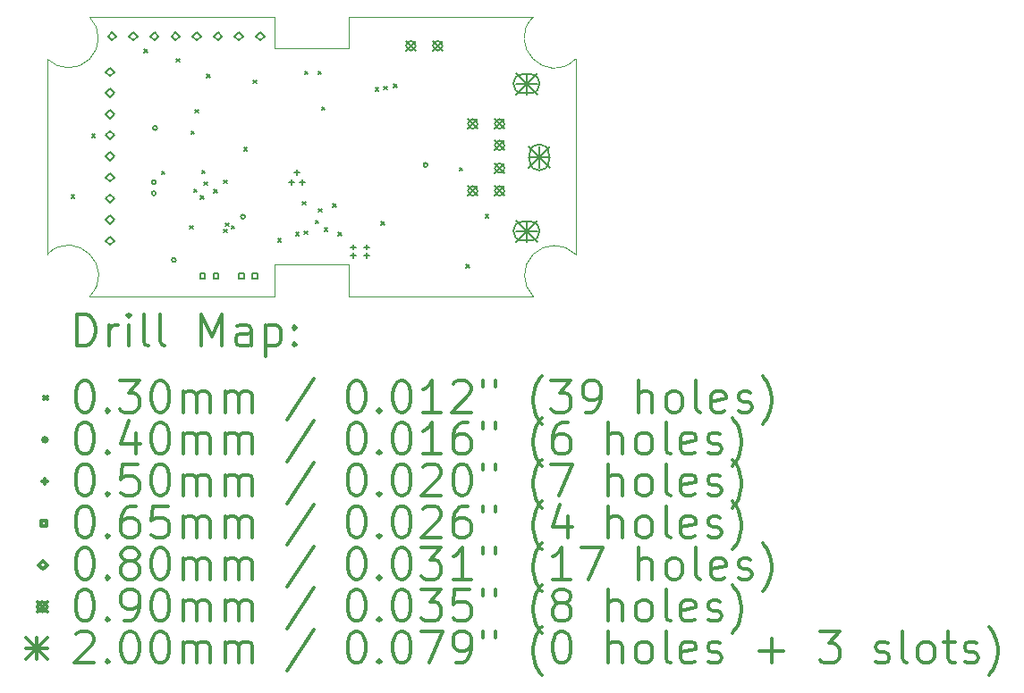
<source format=gbr>
%FSLAX45Y45*%
G04 Gerber Fmt 4.5, Leading zero omitted, Abs format (unit mm)*
G04 Created by KiCad (PCBNEW (5.1.2-1)-1) date 2022-01-26 01:19:42*
%MOMM*%
%LPD*%
G04 APERTURE LIST*
%ADD10C,0.050000*%
%ADD11C,0.200000*%
%ADD12C,0.300000*%
G04 APERTURE END LIST*
D10*
X10000000Y-8400000D02*
G75*
G02X9600000Y-8000000I-200000J200000D01*
G01*
X9600000Y-10650000D02*
G75*
G02X10000000Y-10250000I200000J200000D01*
G01*
X5000000Y-10250000D02*
G75*
G02X5400000Y-10650000I200000J-200000D01*
G01*
X7150000Y-8300000D02*
X7850000Y-8300000D01*
X7850000Y-8300000D02*
X7850000Y-8000000D01*
X7150000Y-8300000D02*
X7150000Y-8000000D01*
X7850000Y-10650000D02*
X7850000Y-10350000D01*
X7150000Y-10650000D02*
X7150000Y-10350000D01*
X7150000Y-10350000D02*
X7850000Y-10350000D01*
X7850000Y-10650000D02*
X9600000Y-10650000D01*
X5400000Y-10650000D02*
X7150000Y-10650000D01*
X7850000Y-8000000D02*
X9600000Y-8000000D01*
X5400000Y-8000000D02*
G75*
G02X5000000Y-8400000I-200000J-200000D01*
G01*
X5000000Y-8400000D02*
X5000000Y-10250000D01*
X10000000Y-8400000D02*
X10000000Y-10250000D01*
X5400000Y-8000000D02*
X7150000Y-8000000D01*
D11*
X5228000Y-9689390D02*
X5258000Y-9719390D01*
X5258000Y-9689390D02*
X5228000Y-9719390D01*
X5421250Y-9111540D02*
X5451250Y-9141540D01*
X5451250Y-9111540D02*
X5421250Y-9141540D01*
X5917850Y-8308160D02*
X5947850Y-8338160D01*
X5947850Y-8308160D02*
X5917850Y-8338160D01*
X6080660Y-9461530D02*
X6110660Y-9491530D01*
X6110660Y-9461530D02*
X6080660Y-9491530D01*
X6222740Y-8396240D02*
X6252740Y-8426240D01*
X6252740Y-8396240D02*
X6222740Y-8426240D01*
X6347730Y-9978138D02*
X6377730Y-10008138D01*
X6377730Y-9978138D02*
X6347730Y-10008138D01*
X6362590Y-9083890D02*
X6392590Y-9113890D01*
X6392590Y-9083890D02*
X6362590Y-9113890D01*
X6387690Y-9631050D02*
X6417690Y-9661050D01*
X6417690Y-9631050D02*
X6387690Y-9661050D01*
X6397760Y-8878860D02*
X6427760Y-8908860D01*
X6427760Y-8878860D02*
X6397760Y-8908860D01*
X6450250Y-9694390D02*
X6480250Y-9724390D01*
X6480250Y-9694390D02*
X6450250Y-9724390D01*
X6464470Y-9456270D02*
X6494470Y-9486270D01*
X6494470Y-9456270D02*
X6464470Y-9486270D01*
X6483700Y-9566590D02*
X6513700Y-9596590D01*
X6513700Y-9566590D02*
X6483700Y-9596590D01*
X6511100Y-8546670D02*
X6541100Y-8576670D01*
X6541100Y-8546670D02*
X6511100Y-8576670D01*
X6577000Y-9635160D02*
X6607000Y-9665160D01*
X6607000Y-9635160D02*
X6577000Y-9665160D01*
X6670310Y-9546090D02*
X6700310Y-9576090D01*
X6700310Y-9546090D02*
X6670310Y-9576090D01*
X6672240Y-10013379D02*
X6702240Y-10043379D01*
X6702240Y-10013379D02*
X6672240Y-10043379D01*
X6686719Y-9955151D02*
X6716719Y-9985151D01*
X6716719Y-9955151D02*
X6686719Y-9985151D01*
X6742830Y-9978138D02*
X6772830Y-10008138D01*
X6772830Y-9978138D02*
X6742830Y-10008138D01*
X6859180Y-9238530D02*
X6889180Y-9268530D01*
X6889180Y-9238530D02*
X6859180Y-9268530D01*
X6948590Y-8600660D02*
X6978590Y-8630660D01*
X6978590Y-8600660D02*
X6948590Y-8630660D01*
X7182500Y-10104010D02*
X7212500Y-10134010D01*
X7212500Y-10104010D02*
X7182500Y-10134010D01*
X7351730Y-10043510D02*
X7381730Y-10073510D01*
X7381730Y-10043510D02*
X7351730Y-10073510D01*
X7415770Y-9751530D02*
X7445770Y-9781530D01*
X7445770Y-9751530D02*
X7415770Y-9781530D01*
X7432160Y-10031850D02*
X7462160Y-10061850D01*
X7462160Y-10031850D02*
X7432160Y-10061850D01*
X7436500Y-8512950D02*
X7466500Y-8542950D01*
X7466500Y-8512950D02*
X7436500Y-8542950D01*
X7539780Y-9927910D02*
X7569780Y-9957910D01*
X7569780Y-9927910D02*
X7539780Y-9957910D01*
X7563500Y-8512950D02*
X7593500Y-8542950D01*
X7593500Y-8512950D02*
X7563500Y-8542950D01*
X7565860Y-9819280D02*
X7595860Y-9849280D01*
X7595860Y-9819280D02*
X7565860Y-9849280D01*
X7595530Y-8853220D02*
X7625530Y-8883220D01*
X7625530Y-8853220D02*
X7595530Y-8883220D01*
X7622010Y-9998530D02*
X7652010Y-10028530D01*
X7652010Y-9998530D02*
X7622010Y-10028530D01*
X7703330Y-9771370D02*
X7733330Y-9801370D01*
X7733330Y-9771370D02*
X7703330Y-9801370D01*
X7751900Y-10042230D02*
X7781900Y-10072230D01*
X7781900Y-10042230D02*
X7751900Y-10072230D01*
X8104540Y-8672760D02*
X8134540Y-8702760D01*
X8134540Y-8672760D02*
X8104540Y-8702760D01*
X8160820Y-9939250D02*
X8190820Y-9969250D01*
X8190820Y-9939250D02*
X8160820Y-9969250D01*
X8187280Y-8658540D02*
X8217280Y-8688540D01*
X8217280Y-8658540D02*
X8187280Y-8688540D01*
X8278780Y-8636170D02*
X8308780Y-8666170D01*
X8308780Y-8636170D02*
X8278780Y-8666170D01*
X8901360Y-9427560D02*
X8931360Y-9457560D01*
X8931360Y-9427560D02*
X8901360Y-9457560D01*
X8963090Y-10350010D02*
X8993090Y-10380010D01*
X8993090Y-10350010D02*
X8963090Y-10380010D01*
X9147000Y-9875480D02*
X9177000Y-9905480D01*
X9177000Y-9875480D02*
X9147000Y-9905480D01*
X6027000Y-9567759D02*
G75*
G03X6027000Y-9567759I-20000J0D01*
G01*
X6027001Y-9673001D02*
G75*
G03X6027001Y-9673001I-20000J0D01*
G01*
X6039000Y-9054000D02*
G75*
G03X6039000Y-9054000I-20000J0D01*
G01*
X6217000Y-10305000D02*
G75*
G03X6217000Y-10305000I-20000J0D01*
G01*
X6872000Y-9894000D02*
G75*
G03X6872000Y-9894000I-20000J0D01*
G01*
X8600000Y-9404000D02*
G75*
G03X8600000Y-9404000I-20000J0D01*
G01*
X7313000Y-9543000D02*
X7313000Y-9593000D01*
X7288000Y-9568000D02*
X7338000Y-9568000D01*
X7364000Y-9451000D02*
X7364000Y-9501000D01*
X7339000Y-9476000D02*
X7389000Y-9476000D01*
X7417000Y-9539000D02*
X7417000Y-9589000D01*
X7392000Y-9564000D02*
X7442000Y-9564000D01*
X7896000Y-10156000D02*
X7896000Y-10206000D01*
X7871000Y-10181000D02*
X7921000Y-10181000D01*
X7897000Y-10240000D02*
X7897000Y-10290000D01*
X7872000Y-10265000D02*
X7922000Y-10265000D01*
X8020000Y-10156000D02*
X8020000Y-10206000D01*
X7995000Y-10181000D02*
X8045000Y-10181000D01*
X8023000Y-10240000D02*
X8023000Y-10290000D01*
X7998000Y-10265000D02*
X8048000Y-10265000D01*
X6859981Y-10478981D02*
X6859981Y-10433019D01*
X6814019Y-10433019D01*
X6814019Y-10478981D01*
X6859981Y-10478981D01*
X6986981Y-10478981D02*
X6986981Y-10433019D01*
X6941019Y-10433019D01*
X6941019Y-10478981D01*
X6986981Y-10478981D01*
X6489981Y-10478981D02*
X6489981Y-10433019D01*
X6444019Y-10433019D01*
X6444019Y-10478981D01*
X6489981Y-10478981D01*
X6616981Y-10478981D02*
X6616981Y-10433019D01*
X6571019Y-10433019D01*
X6571019Y-10478981D01*
X6616981Y-10478981D01*
X5614000Y-8223000D02*
X5654000Y-8183000D01*
X5614000Y-8143000D01*
X5574000Y-8183000D01*
X5614000Y-8223000D01*
X5814000Y-8223000D02*
X5854000Y-8183000D01*
X5814000Y-8143000D01*
X5774000Y-8183000D01*
X5814000Y-8223000D01*
X6014000Y-8223000D02*
X6054000Y-8183000D01*
X6014000Y-8143000D01*
X5974000Y-8183000D01*
X6014000Y-8223000D01*
X6214000Y-8223000D02*
X6254000Y-8183000D01*
X6214000Y-8143000D01*
X6174000Y-8183000D01*
X6214000Y-8223000D01*
X6414000Y-8223000D02*
X6454000Y-8183000D01*
X6414000Y-8143000D01*
X6374000Y-8183000D01*
X6414000Y-8223000D01*
X6614000Y-8223000D02*
X6654000Y-8183000D01*
X6614000Y-8143000D01*
X6574000Y-8183000D01*
X6614000Y-8223000D01*
X6814000Y-8223000D02*
X6854000Y-8183000D01*
X6814000Y-8143000D01*
X6774000Y-8183000D01*
X6814000Y-8223000D01*
X7014000Y-8223000D02*
X7054000Y-8183000D01*
X7014000Y-8143000D01*
X6974000Y-8183000D01*
X7014000Y-8223000D01*
X5592000Y-8562000D02*
X5632000Y-8522000D01*
X5592000Y-8482000D01*
X5552000Y-8522000D01*
X5592000Y-8562000D01*
X5592000Y-8762000D02*
X5632000Y-8722000D01*
X5592000Y-8682000D01*
X5552000Y-8722000D01*
X5592000Y-8762000D01*
X5592000Y-8962000D02*
X5632000Y-8922000D01*
X5592000Y-8882000D01*
X5552000Y-8922000D01*
X5592000Y-8962000D01*
X5592000Y-9162000D02*
X5632000Y-9122000D01*
X5592000Y-9082000D01*
X5552000Y-9122000D01*
X5592000Y-9162000D01*
X5592000Y-9362000D02*
X5632000Y-9322000D01*
X5592000Y-9282000D01*
X5552000Y-9322000D01*
X5592000Y-9362000D01*
X5592000Y-9562000D02*
X5632000Y-9522000D01*
X5592000Y-9482000D01*
X5552000Y-9522000D01*
X5592000Y-9562000D01*
X5592000Y-9762000D02*
X5632000Y-9722000D01*
X5592000Y-9682000D01*
X5552000Y-9722000D01*
X5592000Y-9762000D01*
X5592000Y-9962000D02*
X5632000Y-9922000D01*
X5592000Y-9882000D01*
X5552000Y-9922000D01*
X5592000Y-9962000D01*
X5592000Y-10162000D02*
X5632000Y-10122000D01*
X5592000Y-10082000D01*
X5552000Y-10122000D01*
X5592000Y-10162000D01*
X8397000Y-8229000D02*
X8487000Y-8319000D01*
X8487000Y-8229000D02*
X8397000Y-8319000D01*
X8487000Y-8274000D02*
G75*
G03X8487000Y-8274000I-45000J0D01*
G01*
X8651000Y-8229000D02*
X8741000Y-8319000D01*
X8741000Y-8229000D02*
X8651000Y-8319000D01*
X8741000Y-8274000D02*
G75*
G03X8741000Y-8274000I-45000J0D01*
G01*
X8983000Y-8969500D02*
X9073000Y-9059500D01*
X9073000Y-8969500D02*
X8983000Y-9059500D01*
X9073000Y-9014500D02*
G75*
G03X9073000Y-9014500I-45000J0D01*
G01*
X8983000Y-9604500D02*
X9073000Y-9694500D01*
X9073000Y-9604500D02*
X8983000Y-9694500D01*
X9073000Y-9649500D02*
G75*
G03X9073000Y-9649500I-45000J0D01*
G01*
X9237000Y-8969500D02*
X9327000Y-9059500D01*
X9327000Y-8969500D02*
X9237000Y-9059500D01*
X9327000Y-9014500D02*
G75*
G03X9327000Y-9014500I-45000J0D01*
G01*
X9237000Y-9172700D02*
X9327000Y-9262700D01*
X9327000Y-9172700D02*
X9237000Y-9262700D01*
X9327000Y-9217700D02*
G75*
G03X9327000Y-9217700I-45000J0D01*
G01*
X9237000Y-9388600D02*
X9327000Y-9478600D01*
X9327000Y-9388600D02*
X9237000Y-9478600D01*
X9327000Y-9433600D02*
G75*
G03X9327000Y-9433600I-45000J0D01*
G01*
X9237000Y-9604500D02*
X9327000Y-9694500D01*
X9327000Y-9604500D02*
X9237000Y-9694500D01*
X9327000Y-9649500D02*
G75*
G03X9327000Y-9649500I-45000J0D01*
G01*
X9436000Y-8533500D02*
X9636000Y-8733500D01*
X9636000Y-8533500D02*
X9436000Y-8733500D01*
X9536000Y-8533500D02*
X9536000Y-8733500D01*
X9436000Y-8633500D02*
X9636000Y-8633500D01*
X9571000Y-8543500D02*
X9501000Y-8543500D01*
X9571000Y-8723500D02*
X9501000Y-8723500D01*
X9501000Y-8543500D02*
G75*
G03X9501000Y-8723500I0J-90000D01*
G01*
X9571000Y-8723500D02*
G75*
G03X9571000Y-8543500I0J90000D01*
G01*
X9436000Y-9930500D02*
X9636000Y-10130500D01*
X9636000Y-9930500D02*
X9436000Y-10130500D01*
X9536000Y-9930500D02*
X9536000Y-10130500D01*
X9436000Y-10030500D02*
X9636000Y-10030500D01*
X9571000Y-9940500D02*
X9501000Y-9940500D01*
X9571000Y-10120500D02*
X9501000Y-10120500D01*
X9501000Y-9940500D02*
G75*
G03X9501000Y-10120500I0J-90000D01*
G01*
X9571000Y-10120500D02*
G75*
G03X9571000Y-9940500I0J90000D01*
G01*
X9556780Y-9232000D02*
X9756780Y-9432000D01*
X9756780Y-9232000D02*
X9556780Y-9432000D01*
X9656780Y-9232000D02*
X9656780Y-9432000D01*
X9556780Y-9332000D02*
X9756780Y-9332000D01*
X9746780Y-9367000D02*
X9746780Y-9297000D01*
X9566780Y-9367000D02*
X9566780Y-9297000D01*
X9746780Y-9297000D02*
G75*
G03X9566780Y-9297000I-90000J0D01*
G01*
X9566780Y-9367000D02*
G75*
G03X9746780Y-9367000I90000J0D01*
G01*
D12*
X5283928Y-11118215D02*
X5283928Y-10818215D01*
X5355357Y-10818215D01*
X5398214Y-10832500D01*
X5426786Y-10861072D01*
X5441071Y-10889643D01*
X5455357Y-10946786D01*
X5455357Y-10989643D01*
X5441071Y-11046786D01*
X5426786Y-11075357D01*
X5398214Y-11103929D01*
X5355357Y-11118215D01*
X5283928Y-11118215D01*
X5583928Y-11118215D02*
X5583928Y-10918215D01*
X5583928Y-10975357D02*
X5598214Y-10946786D01*
X5612500Y-10932500D01*
X5641071Y-10918215D01*
X5669643Y-10918215D01*
X5769643Y-11118215D02*
X5769643Y-10918215D01*
X5769643Y-10818215D02*
X5755357Y-10832500D01*
X5769643Y-10846786D01*
X5783928Y-10832500D01*
X5769643Y-10818215D01*
X5769643Y-10846786D01*
X5955357Y-11118215D02*
X5926786Y-11103929D01*
X5912500Y-11075357D01*
X5912500Y-10818215D01*
X6112500Y-11118215D02*
X6083928Y-11103929D01*
X6069643Y-11075357D01*
X6069643Y-10818215D01*
X6455357Y-11118215D02*
X6455357Y-10818215D01*
X6555357Y-11032500D01*
X6655357Y-10818215D01*
X6655357Y-11118215D01*
X6926786Y-11118215D02*
X6926786Y-10961072D01*
X6912500Y-10932500D01*
X6883928Y-10918215D01*
X6826786Y-10918215D01*
X6798214Y-10932500D01*
X6926786Y-11103929D02*
X6898214Y-11118215D01*
X6826786Y-11118215D01*
X6798214Y-11103929D01*
X6783928Y-11075357D01*
X6783928Y-11046786D01*
X6798214Y-11018215D01*
X6826786Y-11003929D01*
X6898214Y-11003929D01*
X6926786Y-10989643D01*
X7069643Y-10918215D02*
X7069643Y-11218214D01*
X7069643Y-10932500D02*
X7098214Y-10918215D01*
X7155357Y-10918215D01*
X7183928Y-10932500D01*
X7198214Y-10946786D01*
X7212500Y-10975357D01*
X7212500Y-11061072D01*
X7198214Y-11089643D01*
X7183928Y-11103929D01*
X7155357Y-11118215D01*
X7098214Y-11118215D01*
X7069643Y-11103929D01*
X7341071Y-11089643D02*
X7355357Y-11103929D01*
X7341071Y-11118215D01*
X7326786Y-11103929D01*
X7341071Y-11089643D01*
X7341071Y-11118215D01*
X7341071Y-10932500D02*
X7355357Y-10946786D01*
X7341071Y-10961072D01*
X7326786Y-10946786D01*
X7341071Y-10932500D01*
X7341071Y-10961072D01*
X4967500Y-11597500D02*
X4997500Y-11627500D01*
X4997500Y-11597500D02*
X4967500Y-11627500D01*
X5341071Y-11448214D02*
X5369643Y-11448214D01*
X5398214Y-11462500D01*
X5412500Y-11476786D01*
X5426786Y-11505357D01*
X5441071Y-11562500D01*
X5441071Y-11633929D01*
X5426786Y-11691072D01*
X5412500Y-11719643D01*
X5398214Y-11733929D01*
X5369643Y-11748214D01*
X5341071Y-11748214D01*
X5312500Y-11733929D01*
X5298214Y-11719643D01*
X5283928Y-11691072D01*
X5269643Y-11633929D01*
X5269643Y-11562500D01*
X5283928Y-11505357D01*
X5298214Y-11476786D01*
X5312500Y-11462500D01*
X5341071Y-11448214D01*
X5569643Y-11719643D02*
X5583928Y-11733929D01*
X5569643Y-11748214D01*
X5555357Y-11733929D01*
X5569643Y-11719643D01*
X5569643Y-11748214D01*
X5683928Y-11448214D02*
X5869643Y-11448214D01*
X5769643Y-11562500D01*
X5812500Y-11562500D01*
X5841071Y-11576786D01*
X5855357Y-11591072D01*
X5869643Y-11619643D01*
X5869643Y-11691072D01*
X5855357Y-11719643D01*
X5841071Y-11733929D01*
X5812500Y-11748214D01*
X5726786Y-11748214D01*
X5698214Y-11733929D01*
X5683928Y-11719643D01*
X6055357Y-11448214D02*
X6083928Y-11448214D01*
X6112500Y-11462500D01*
X6126786Y-11476786D01*
X6141071Y-11505357D01*
X6155357Y-11562500D01*
X6155357Y-11633929D01*
X6141071Y-11691072D01*
X6126786Y-11719643D01*
X6112500Y-11733929D01*
X6083928Y-11748214D01*
X6055357Y-11748214D01*
X6026786Y-11733929D01*
X6012500Y-11719643D01*
X5998214Y-11691072D01*
X5983928Y-11633929D01*
X5983928Y-11562500D01*
X5998214Y-11505357D01*
X6012500Y-11476786D01*
X6026786Y-11462500D01*
X6055357Y-11448214D01*
X6283928Y-11748214D02*
X6283928Y-11548214D01*
X6283928Y-11576786D02*
X6298214Y-11562500D01*
X6326786Y-11548214D01*
X6369643Y-11548214D01*
X6398214Y-11562500D01*
X6412500Y-11591072D01*
X6412500Y-11748214D01*
X6412500Y-11591072D02*
X6426786Y-11562500D01*
X6455357Y-11548214D01*
X6498214Y-11548214D01*
X6526786Y-11562500D01*
X6541071Y-11591072D01*
X6541071Y-11748214D01*
X6683928Y-11748214D02*
X6683928Y-11548214D01*
X6683928Y-11576786D02*
X6698214Y-11562500D01*
X6726786Y-11548214D01*
X6769643Y-11548214D01*
X6798214Y-11562500D01*
X6812500Y-11591072D01*
X6812500Y-11748214D01*
X6812500Y-11591072D02*
X6826786Y-11562500D01*
X6855357Y-11548214D01*
X6898214Y-11548214D01*
X6926786Y-11562500D01*
X6941071Y-11591072D01*
X6941071Y-11748214D01*
X7526786Y-11433929D02*
X7269643Y-11819643D01*
X7912500Y-11448214D02*
X7941071Y-11448214D01*
X7969643Y-11462500D01*
X7983928Y-11476786D01*
X7998214Y-11505357D01*
X8012500Y-11562500D01*
X8012500Y-11633929D01*
X7998214Y-11691072D01*
X7983928Y-11719643D01*
X7969643Y-11733929D01*
X7941071Y-11748214D01*
X7912500Y-11748214D01*
X7883928Y-11733929D01*
X7869643Y-11719643D01*
X7855357Y-11691072D01*
X7841071Y-11633929D01*
X7841071Y-11562500D01*
X7855357Y-11505357D01*
X7869643Y-11476786D01*
X7883928Y-11462500D01*
X7912500Y-11448214D01*
X8141071Y-11719643D02*
X8155357Y-11733929D01*
X8141071Y-11748214D01*
X8126786Y-11733929D01*
X8141071Y-11719643D01*
X8141071Y-11748214D01*
X8341071Y-11448214D02*
X8369643Y-11448214D01*
X8398214Y-11462500D01*
X8412500Y-11476786D01*
X8426786Y-11505357D01*
X8441071Y-11562500D01*
X8441071Y-11633929D01*
X8426786Y-11691072D01*
X8412500Y-11719643D01*
X8398214Y-11733929D01*
X8369643Y-11748214D01*
X8341071Y-11748214D01*
X8312500Y-11733929D01*
X8298214Y-11719643D01*
X8283928Y-11691072D01*
X8269643Y-11633929D01*
X8269643Y-11562500D01*
X8283928Y-11505357D01*
X8298214Y-11476786D01*
X8312500Y-11462500D01*
X8341071Y-11448214D01*
X8726786Y-11748214D02*
X8555357Y-11748214D01*
X8641071Y-11748214D02*
X8641071Y-11448214D01*
X8612500Y-11491072D01*
X8583928Y-11519643D01*
X8555357Y-11533929D01*
X8841071Y-11476786D02*
X8855357Y-11462500D01*
X8883928Y-11448214D01*
X8955357Y-11448214D01*
X8983928Y-11462500D01*
X8998214Y-11476786D01*
X9012500Y-11505357D01*
X9012500Y-11533929D01*
X8998214Y-11576786D01*
X8826786Y-11748214D01*
X9012500Y-11748214D01*
X9126786Y-11448214D02*
X9126786Y-11505357D01*
X9241071Y-11448214D02*
X9241071Y-11505357D01*
X9683928Y-11862500D02*
X9669643Y-11848214D01*
X9641071Y-11805357D01*
X9626786Y-11776786D01*
X9612500Y-11733929D01*
X9598214Y-11662500D01*
X9598214Y-11605357D01*
X9612500Y-11533929D01*
X9626786Y-11491072D01*
X9641071Y-11462500D01*
X9669643Y-11419643D01*
X9683928Y-11405357D01*
X9769643Y-11448214D02*
X9955357Y-11448214D01*
X9855357Y-11562500D01*
X9898214Y-11562500D01*
X9926786Y-11576786D01*
X9941071Y-11591072D01*
X9955357Y-11619643D01*
X9955357Y-11691072D01*
X9941071Y-11719643D01*
X9926786Y-11733929D01*
X9898214Y-11748214D01*
X9812500Y-11748214D01*
X9783928Y-11733929D01*
X9769643Y-11719643D01*
X10098214Y-11748214D02*
X10155357Y-11748214D01*
X10183928Y-11733929D01*
X10198214Y-11719643D01*
X10226786Y-11676786D01*
X10241071Y-11619643D01*
X10241071Y-11505357D01*
X10226786Y-11476786D01*
X10212500Y-11462500D01*
X10183928Y-11448214D01*
X10126786Y-11448214D01*
X10098214Y-11462500D01*
X10083928Y-11476786D01*
X10069643Y-11505357D01*
X10069643Y-11576786D01*
X10083928Y-11605357D01*
X10098214Y-11619643D01*
X10126786Y-11633929D01*
X10183928Y-11633929D01*
X10212500Y-11619643D01*
X10226786Y-11605357D01*
X10241071Y-11576786D01*
X10598214Y-11748214D02*
X10598214Y-11448214D01*
X10726786Y-11748214D02*
X10726786Y-11591072D01*
X10712500Y-11562500D01*
X10683928Y-11548214D01*
X10641071Y-11548214D01*
X10612500Y-11562500D01*
X10598214Y-11576786D01*
X10912500Y-11748214D02*
X10883928Y-11733929D01*
X10869643Y-11719643D01*
X10855357Y-11691072D01*
X10855357Y-11605357D01*
X10869643Y-11576786D01*
X10883928Y-11562500D01*
X10912500Y-11548214D01*
X10955357Y-11548214D01*
X10983928Y-11562500D01*
X10998214Y-11576786D01*
X11012500Y-11605357D01*
X11012500Y-11691072D01*
X10998214Y-11719643D01*
X10983928Y-11733929D01*
X10955357Y-11748214D01*
X10912500Y-11748214D01*
X11183928Y-11748214D02*
X11155357Y-11733929D01*
X11141071Y-11705357D01*
X11141071Y-11448214D01*
X11412500Y-11733929D02*
X11383928Y-11748214D01*
X11326786Y-11748214D01*
X11298214Y-11733929D01*
X11283928Y-11705357D01*
X11283928Y-11591072D01*
X11298214Y-11562500D01*
X11326786Y-11548214D01*
X11383928Y-11548214D01*
X11412500Y-11562500D01*
X11426786Y-11591072D01*
X11426786Y-11619643D01*
X11283928Y-11648214D01*
X11541071Y-11733929D02*
X11569643Y-11748214D01*
X11626786Y-11748214D01*
X11655357Y-11733929D01*
X11669643Y-11705357D01*
X11669643Y-11691072D01*
X11655357Y-11662500D01*
X11626786Y-11648214D01*
X11583928Y-11648214D01*
X11555357Y-11633929D01*
X11541071Y-11605357D01*
X11541071Y-11591072D01*
X11555357Y-11562500D01*
X11583928Y-11548214D01*
X11626786Y-11548214D01*
X11655357Y-11562500D01*
X11769643Y-11862500D02*
X11783928Y-11848214D01*
X11812500Y-11805357D01*
X11826786Y-11776786D01*
X11841071Y-11733929D01*
X11855357Y-11662500D01*
X11855357Y-11605357D01*
X11841071Y-11533929D01*
X11826786Y-11491072D01*
X11812500Y-11462500D01*
X11783928Y-11419643D01*
X11769643Y-11405357D01*
X4997500Y-12008500D02*
G75*
G03X4997500Y-12008500I-20000J0D01*
G01*
X5341071Y-11844214D02*
X5369643Y-11844214D01*
X5398214Y-11858500D01*
X5412500Y-11872786D01*
X5426786Y-11901357D01*
X5441071Y-11958500D01*
X5441071Y-12029929D01*
X5426786Y-12087072D01*
X5412500Y-12115643D01*
X5398214Y-12129929D01*
X5369643Y-12144214D01*
X5341071Y-12144214D01*
X5312500Y-12129929D01*
X5298214Y-12115643D01*
X5283928Y-12087072D01*
X5269643Y-12029929D01*
X5269643Y-11958500D01*
X5283928Y-11901357D01*
X5298214Y-11872786D01*
X5312500Y-11858500D01*
X5341071Y-11844214D01*
X5569643Y-12115643D02*
X5583928Y-12129929D01*
X5569643Y-12144214D01*
X5555357Y-12129929D01*
X5569643Y-12115643D01*
X5569643Y-12144214D01*
X5841071Y-11944214D02*
X5841071Y-12144214D01*
X5769643Y-11829929D02*
X5698214Y-12044214D01*
X5883928Y-12044214D01*
X6055357Y-11844214D02*
X6083928Y-11844214D01*
X6112500Y-11858500D01*
X6126786Y-11872786D01*
X6141071Y-11901357D01*
X6155357Y-11958500D01*
X6155357Y-12029929D01*
X6141071Y-12087072D01*
X6126786Y-12115643D01*
X6112500Y-12129929D01*
X6083928Y-12144214D01*
X6055357Y-12144214D01*
X6026786Y-12129929D01*
X6012500Y-12115643D01*
X5998214Y-12087072D01*
X5983928Y-12029929D01*
X5983928Y-11958500D01*
X5998214Y-11901357D01*
X6012500Y-11872786D01*
X6026786Y-11858500D01*
X6055357Y-11844214D01*
X6283928Y-12144214D02*
X6283928Y-11944214D01*
X6283928Y-11972786D02*
X6298214Y-11958500D01*
X6326786Y-11944214D01*
X6369643Y-11944214D01*
X6398214Y-11958500D01*
X6412500Y-11987072D01*
X6412500Y-12144214D01*
X6412500Y-11987072D02*
X6426786Y-11958500D01*
X6455357Y-11944214D01*
X6498214Y-11944214D01*
X6526786Y-11958500D01*
X6541071Y-11987072D01*
X6541071Y-12144214D01*
X6683928Y-12144214D02*
X6683928Y-11944214D01*
X6683928Y-11972786D02*
X6698214Y-11958500D01*
X6726786Y-11944214D01*
X6769643Y-11944214D01*
X6798214Y-11958500D01*
X6812500Y-11987072D01*
X6812500Y-12144214D01*
X6812500Y-11987072D02*
X6826786Y-11958500D01*
X6855357Y-11944214D01*
X6898214Y-11944214D01*
X6926786Y-11958500D01*
X6941071Y-11987072D01*
X6941071Y-12144214D01*
X7526786Y-11829929D02*
X7269643Y-12215643D01*
X7912500Y-11844214D02*
X7941071Y-11844214D01*
X7969643Y-11858500D01*
X7983928Y-11872786D01*
X7998214Y-11901357D01*
X8012500Y-11958500D01*
X8012500Y-12029929D01*
X7998214Y-12087072D01*
X7983928Y-12115643D01*
X7969643Y-12129929D01*
X7941071Y-12144214D01*
X7912500Y-12144214D01*
X7883928Y-12129929D01*
X7869643Y-12115643D01*
X7855357Y-12087072D01*
X7841071Y-12029929D01*
X7841071Y-11958500D01*
X7855357Y-11901357D01*
X7869643Y-11872786D01*
X7883928Y-11858500D01*
X7912500Y-11844214D01*
X8141071Y-12115643D02*
X8155357Y-12129929D01*
X8141071Y-12144214D01*
X8126786Y-12129929D01*
X8141071Y-12115643D01*
X8141071Y-12144214D01*
X8341071Y-11844214D02*
X8369643Y-11844214D01*
X8398214Y-11858500D01*
X8412500Y-11872786D01*
X8426786Y-11901357D01*
X8441071Y-11958500D01*
X8441071Y-12029929D01*
X8426786Y-12087072D01*
X8412500Y-12115643D01*
X8398214Y-12129929D01*
X8369643Y-12144214D01*
X8341071Y-12144214D01*
X8312500Y-12129929D01*
X8298214Y-12115643D01*
X8283928Y-12087072D01*
X8269643Y-12029929D01*
X8269643Y-11958500D01*
X8283928Y-11901357D01*
X8298214Y-11872786D01*
X8312500Y-11858500D01*
X8341071Y-11844214D01*
X8726786Y-12144214D02*
X8555357Y-12144214D01*
X8641071Y-12144214D02*
X8641071Y-11844214D01*
X8612500Y-11887072D01*
X8583928Y-11915643D01*
X8555357Y-11929929D01*
X8983928Y-11844214D02*
X8926786Y-11844214D01*
X8898214Y-11858500D01*
X8883928Y-11872786D01*
X8855357Y-11915643D01*
X8841071Y-11972786D01*
X8841071Y-12087072D01*
X8855357Y-12115643D01*
X8869643Y-12129929D01*
X8898214Y-12144214D01*
X8955357Y-12144214D01*
X8983928Y-12129929D01*
X8998214Y-12115643D01*
X9012500Y-12087072D01*
X9012500Y-12015643D01*
X8998214Y-11987072D01*
X8983928Y-11972786D01*
X8955357Y-11958500D01*
X8898214Y-11958500D01*
X8869643Y-11972786D01*
X8855357Y-11987072D01*
X8841071Y-12015643D01*
X9126786Y-11844214D02*
X9126786Y-11901357D01*
X9241071Y-11844214D02*
X9241071Y-11901357D01*
X9683928Y-12258500D02*
X9669643Y-12244214D01*
X9641071Y-12201357D01*
X9626786Y-12172786D01*
X9612500Y-12129929D01*
X9598214Y-12058500D01*
X9598214Y-12001357D01*
X9612500Y-11929929D01*
X9626786Y-11887072D01*
X9641071Y-11858500D01*
X9669643Y-11815643D01*
X9683928Y-11801357D01*
X9926786Y-11844214D02*
X9869643Y-11844214D01*
X9841071Y-11858500D01*
X9826786Y-11872786D01*
X9798214Y-11915643D01*
X9783928Y-11972786D01*
X9783928Y-12087072D01*
X9798214Y-12115643D01*
X9812500Y-12129929D01*
X9841071Y-12144214D01*
X9898214Y-12144214D01*
X9926786Y-12129929D01*
X9941071Y-12115643D01*
X9955357Y-12087072D01*
X9955357Y-12015643D01*
X9941071Y-11987072D01*
X9926786Y-11972786D01*
X9898214Y-11958500D01*
X9841071Y-11958500D01*
X9812500Y-11972786D01*
X9798214Y-11987072D01*
X9783928Y-12015643D01*
X10312500Y-12144214D02*
X10312500Y-11844214D01*
X10441071Y-12144214D02*
X10441071Y-11987072D01*
X10426786Y-11958500D01*
X10398214Y-11944214D01*
X10355357Y-11944214D01*
X10326786Y-11958500D01*
X10312500Y-11972786D01*
X10626786Y-12144214D02*
X10598214Y-12129929D01*
X10583928Y-12115643D01*
X10569643Y-12087072D01*
X10569643Y-12001357D01*
X10583928Y-11972786D01*
X10598214Y-11958500D01*
X10626786Y-11944214D01*
X10669643Y-11944214D01*
X10698214Y-11958500D01*
X10712500Y-11972786D01*
X10726786Y-12001357D01*
X10726786Y-12087072D01*
X10712500Y-12115643D01*
X10698214Y-12129929D01*
X10669643Y-12144214D01*
X10626786Y-12144214D01*
X10898214Y-12144214D02*
X10869643Y-12129929D01*
X10855357Y-12101357D01*
X10855357Y-11844214D01*
X11126786Y-12129929D02*
X11098214Y-12144214D01*
X11041071Y-12144214D01*
X11012500Y-12129929D01*
X10998214Y-12101357D01*
X10998214Y-11987072D01*
X11012500Y-11958500D01*
X11041071Y-11944214D01*
X11098214Y-11944214D01*
X11126786Y-11958500D01*
X11141071Y-11987072D01*
X11141071Y-12015643D01*
X10998214Y-12044214D01*
X11255357Y-12129929D02*
X11283928Y-12144214D01*
X11341071Y-12144214D01*
X11369643Y-12129929D01*
X11383928Y-12101357D01*
X11383928Y-12087072D01*
X11369643Y-12058500D01*
X11341071Y-12044214D01*
X11298214Y-12044214D01*
X11269643Y-12029929D01*
X11255357Y-12001357D01*
X11255357Y-11987072D01*
X11269643Y-11958500D01*
X11298214Y-11944214D01*
X11341071Y-11944214D01*
X11369643Y-11958500D01*
X11483928Y-12258500D02*
X11498214Y-12244214D01*
X11526786Y-12201357D01*
X11541071Y-12172786D01*
X11555357Y-12129929D01*
X11569643Y-12058500D01*
X11569643Y-12001357D01*
X11555357Y-11929929D01*
X11541071Y-11887072D01*
X11526786Y-11858500D01*
X11498214Y-11815643D01*
X11483928Y-11801357D01*
X4972500Y-12379500D02*
X4972500Y-12429500D01*
X4947500Y-12404500D02*
X4997500Y-12404500D01*
X5341071Y-12240214D02*
X5369643Y-12240214D01*
X5398214Y-12254500D01*
X5412500Y-12268786D01*
X5426786Y-12297357D01*
X5441071Y-12354500D01*
X5441071Y-12425929D01*
X5426786Y-12483072D01*
X5412500Y-12511643D01*
X5398214Y-12525929D01*
X5369643Y-12540214D01*
X5341071Y-12540214D01*
X5312500Y-12525929D01*
X5298214Y-12511643D01*
X5283928Y-12483072D01*
X5269643Y-12425929D01*
X5269643Y-12354500D01*
X5283928Y-12297357D01*
X5298214Y-12268786D01*
X5312500Y-12254500D01*
X5341071Y-12240214D01*
X5569643Y-12511643D02*
X5583928Y-12525929D01*
X5569643Y-12540214D01*
X5555357Y-12525929D01*
X5569643Y-12511643D01*
X5569643Y-12540214D01*
X5855357Y-12240214D02*
X5712500Y-12240214D01*
X5698214Y-12383072D01*
X5712500Y-12368786D01*
X5741071Y-12354500D01*
X5812500Y-12354500D01*
X5841071Y-12368786D01*
X5855357Y-12383072D01*
X5869643Y-12411643D01*
X5869643Y-12483072D01*
X5855357Y-12511643D01*
X5841071Y-12525929D01*
X5812500Y-12540214D01*
X5741071Y-12540214D01*
X5712500Y-12525929D01*
X5698214Y-12511643D01*
X6055357Y-12240214D02*
X6083928Y-12240214D01*
X6112500Y-12254500D01*
X6126786Y-12268786D01*
X6141071Y-12297357D01*
X6155357Y-12354500D01*
X6155357Y-12425929D01*
X6141071Y-12483072D01*
X6126786Y-12511643D01*
X6112500Y-12525929D01*
X6083928Y-12540214D01*
X6055357Y-12540214D01*
X6026786Y-12525929D01*
X6012500Y-12511643D01*
X5998214Y-12483072D01*
X5983928Y-12425929D01*
X5983928Y-12354500D01*
X5998214Y-12297357D01*
X6012500Y-12268786D01*
X6026786Y-12254500D01*
X6055357Y-12240214D01*
X6283928Y-12540214D02*
X6283928Y-12340214D01*
X6283928Y-12368786D02*
X6298214Y-12354500D01*
X6326786Y-12340214D01*
X6369643Y-12340214D01*
X6398214Y-12354500D01*
X6412500Y-12383072D01*
X6412500Y-12540214D01*
X6412500Y-12383072D02*
X6426786Y-12354500D01*
X6455357Y-12340214D01*
X6498214Y-12340214D01*
X6526786Y-12354500D01*
X6541071Y-12383072D01*
X6541071Y-12540214D01*
X6683928Y-12540214D02*
X6683928Y-12340214D01*
X6683928Y-12368786D02*
X6698214Y-12354500D01*
X6726786Y-12340214D01*
X6769643Y-12340214D01*
X6798214Y-12354500D01*
X6812500Y-12383072D01*
X6812500Y-12540214D01*
X6812500Y-12383072D02*
X6826786Y-12354500D01*
X6855357Y-12340214D01*
X6898214Y-12340214D01*
X6926786Y-12354500D01*
X6941071Y-12383072D01*
X6941071Y-12540214D01*
X7526786Y-12225929D02*
X7269643Y-12611643D01*
X7912500Y-12240214D02*
X7941071Y-12240214D01*
X7969643Y-12254500D01*
X7983928Y-12268786D01*
X7998214Y-12297357D01*
X8012500Y-12354500D01*
X8012500Y-12425929D01*
X7998214Y-12483072D01*
X7983928Y-12511643D01*
X7969643Y-12525929D01*
X7941071Y-12540214D01*
X7912500Y-12540214D01*
X7883928Y-12525929D01*
X7869643Y-12511643D01*
X7855357Y-12483072D01*
X7841071Y-12425929D01*
X7841071Y-12354500D01*
X7855357Y-12297357D01*
X7869643Y-12268786D01*
X7883928Y-12254500D01*
X7912500Y-12240214D01*
X8141071Y-12511643D02*
X8155357Y-12525929D01*
X8141071Y-12540214D01*
X8126786Y-12525929D01*
X8141071Y-12511643D01*
X8141071Y-12540214D01*
X8341071Y-12240214D02*
X8369643Y-12240214D01*
X8398214Y-12254500D01*
X8412500Y-12268786D01*
X8426786Y-12297357D01*
X8441071Y-12354500D01*
X8441071Y-12425929D01*
X8426786Y-12483072D01*
X8412500Y-12511643D01*
X8398214Y-12525929D01*
X8369643Y-12540214D01*
X8341071Y-12540214D01*
X8312500Y-12525929D01*
X8298214Y-12511643D01*
X8283928Y-12483072D01*
X8269643Y-12425929D01*
X8269643Y-12354500D01*
X8283928Y-12297357D01*
X8298214Y-12268786D01*
X8312500Y-12254500D01*
X8341071Y-12240214D01*
X8555357Y-12268786D02*
X8569643Y-12254500D01*
X8598214Y-12240214D01*
X8669643Y-12240214D01*
X8698214Y-12254500D01*
X8712500Y-12268786D01*
X8726786Y-12297357D01*
X8726786Y-12325929D01*
X8712500Y-12368786D01*
X8541071Y-12540214D01*
X8726786Y-12540214D01*
X8912500Y-12240214D02*
X8941071Y-12240214D01*
X8969643Y-12254500D01*
X8983928Y-12268786D01*
X8998214Y-12297357D01*
X9012500Y-12354500D01*
X9012500Y-12425929D01*
X8998214Y-12483072D01*
X8983928Y-12511643D01*
X8969643Y-12525929D01*
X8941071Y-12540214D01*
X8912500Y-12540214D01*
X8883928Y-12525929D01*
X8869643Y-12511643D01*
X8855357Y-12483072D01*
X8841071Y-12425929D01*
X8841071Y-12354500D01*
X8855357Y-12297357D01*
X8869643Y-12268786D01*
X8883928Y-12254500D01*
X8912500Y-12240214D01*
X9126786Y-12240214D02*
X9126786Y-12297357D01*
X9241071Y-12240214D02*
X9241071Y-12297357D01*
X9683928Y-12654500D02*
X9669643Y-12640214D01*
X9641071Y-12597357D01*
X9626786Y-12568786D01*
X9612500Y-12525929D01*
X9598214Y-12454500D01*
X9598214Y-12397357D01*
X9612500Y-12325929D01*
X9626786Y-12283072D01*
X9641071Y-12254500D01*
X9669643Y-12211643D01*
X9683928Y-12197357D01*
X9769643Y-12240214D02*
X9969643Y-12240214D01*
X9841071Y-12540214D01*
X10312500Y-12540214D02*
X10312500Y-12240214D01*
X10441071Y-12540214D02*
X10441071Y-12383072D01*
X10426786Y-12354500D01*
X10398214Y-12340214D01*
X10355357Y-12340214D01*
X10326786Y-12354500D01*
X10312500Y-12368786D01*
X10626786Y-12540214D02*
X10598214Y-12525929D01*
X10583928Y-12511643D01*
X10569643Y-12483072D01*
X10569643Y-12397357D01*
X10583928Y-12368786D01*
X10598214Y-12354500D01*
X10626786Y-12340214D01*
X10669643Y-12340214D01*
X10698214Y-12354500D01*
X10712500Y-12368786D01*
X10726786Y-12397357D01*
X10726786Y-12483072D01*
X10712500Y-12511643D01*
X10698214Y-12525929D01*
X10669643Y-12540214D01*
X10626786Y-12540214D01*
X10898214Y-12540214D02*
X10869643Y-12525929D01*
X10855357Y-12497357D01*
X10855357Y-12240214D01*
X11126786Y-12525929D02*
X11098214Y-12540214D01*
X11041071Y-12540214D01*
X11012500Y-12525929D01*
X10998214Y-12497357D01*
X10998214Y-12383072D01*
X11012500Y-12354500D01*
X11041071Y-12340214D01*
X11098214Y-12340214D01*
X11126786Y-12354500D01*
X11141071Y-12383072D01*
X11141071Y-12411643D01*
X10998214Y-12440214D01*
X11255357Y-12525929D02*
X11283928Y-12540214D01*
X11341071Y-12540214D01*
X11369643Y-12525929D01*
X11383928Y-12497357D01*
X11383928Y-12483072D01*
X11369643Y-12454500D01*
X11341071Y-12440214D01*
X11298214Y-12440214D01*
X11269643Y-12425929D01*
X11255357Y-12397357D01*
X11255357Y-12383072D01*
X11269643Y-12354500D01*
X11298214Y-12340214D01*
X11341071Y-12340214D01*
X11369643Y-12354500D01*
X11483928Y-12654500D02*
X11498214Y-12640214D01*
X11526786Y-12597357D01*
X11541071Y-12568786D01*
X11555357Y-12525929D01*
X11569643Y-12454500D01*
X11569643Y-12397357D01*
X11555357Y-12325929D01*
X11541071Y-12283072D01*
X11526786Y-12254500D01*
X11498214Y-12211643D01*
X11483928Y-12197357D01*
X4987981Y-12823481D02*
X4987981Y-12777519D01*
X4942019Y-12777519D01*
X4942019Y-12823481D01*
X4987981Y-12823481D01*
X5341071Y-12636214D02*
X5369643Y-12636214D01*
X5398214Y-12650500D01*
X5412500Y-12664786D01*
X5426786Y-12693357D01*
X5441071Y-12750500D01*
X5441071Y-12821929D01*
X5426786Y-12879072D01*
X5412500Y-12907643D01*
X5398214Y-12921929D01*
X5369643Y-12936214D01*
X5341071Y-12936214D01*
X5312500Y-12921929D01*
X5298214Y-12907643D01*
X5283928Y-12879072D01*
X5269643Y-12821929D01*
X5269643Y-12750500D01*
X5283928Y-12693357D01*
X5298214Y-12664786D01*
X5312500Y-12650500D01*
X5341071Y-12636214D01*
X5569643Y-12907643D02*
X5583928Y-12921929D01*
X5569643Y-12936214D01*
X5555357Y-12921929D01*
X5569643Y-12907643D01*
X5569643Y-12936214D01*
X5841071Y-12636214D02*
X5783928Y-12636214D01*
X5755357Y-12650500D01*
X5741071Y-12664786D01*
X5712500Y-12707643D01*
X5698214Y-12764786D01*
X5698214Y-12879072D01*
X5712500Y-12907643D01*
X5726786Y-12921929D01*
X5755357Y-12936214D01*
X5812500Y-12936214D01*
X5841071Y-12921929D01*
X5855357Y-12907643D01*
X5869643Y-12879072D01*
X5869643Y-12807643D01*
X5855357Y-12779072D01*
X5841071Y-12764786D01*
X5812500Y-12750500D01*
X5755357Y-12750500D01*
X5726786Y-12764786D01*
X5712500Y-12779072D01*
X5698214Y-12807643D01*
X6141071Y-12636214D02*
X5998214Y-12636214D01*
X5983928Y-12779072D01*
X5998214Y-12764786D01*
X6026786Y-12750500D01*
X6098214Y-12750500D01*
X6126786Y-12764786D01*
X6141071Y-12779072D01*
X6155357Y-12807643D01*
X6155357Y-12879072D01*
X6141071Y-12907643D01*
X6126786Y-12921929D01*
X6098214Y-12936214D01*
X6026786Y-12936214D01*
X5998214Y-12921929D01*
X5983928Y-12907643D01*
X6283928Y-12936214D02*
X6283928Y-12736214D01*
X6283928Y-12764786D02*
X6298214Y-12750500D01*
X6326786Y-12736214D01*
X6369643Y-12736214D01*
X6398214Y-12750500D01*
X6412500Y-12779072D01*
X6412500Y-12936214D01*
X6412500Y-12779072D02*
X6426786Y-12750500D01*
X6455357Y-12736214D01*
X6498214Y-12736214D01*
X6526786Y-12750500D01*
X6541071Y-12779072D01*
X6541071Y-12936214D01*
X6683928Y-12936214D02*
X6683928Y-12736214D01*
X6683928Y-12764786D02*
X6698214Y-12750500D01*
X6726786Y-12736214D01*
X6769643Y-12736214D01*
X6798214Y-12750500D01*
X6812500Y-12779072D01*
X6812500Y-12936214D01*
X6812500Y-12779072D02*
X6826786Y-12750500D01*
X6855357Y-12736214D01*
X6898214Y-12736214D01*
X6926786Y-12750500D01*
X6941071Y-12779072D01*
X6941071Y-12936214D01*
X7526786Y-12621929D02*
X7269643Y-13007643D01*
X7912500Y-12636214D02*
X7941071Y-12636214D01*
X7969643Y-12650500D01*
X7983928Y-12664786D01*
X7998214Y-12693357D01*
X8012500Y-12750500D01*
X8012500Y-12821929D01*
X7998214Y-12879072D01*
X7983928Y-12907643D01*
X7969643Y-12921929D01*
X7941071Y-12936214D01*
X7912500Y-12936214D01*
X7883928Y-12921929D01*
X7869643Y-12907643D01*
X7855357Y-12879072D01*
X7841071Y-12821929D01*
X7841071Y-12750500D01*
X7855357Y-12693357D01*
X7869643Y-12664786D01*
X7883928Y-12650500D01*
X7912500Y-12636214D01*
X8141071Y-12907643D02*
X8155357Y-12921929D01*
X8141071Y-12936214D01*
X8126786Y-12921929D01*
X8141071Y-12907643D01*
X8141071Y-12936214D01*
X8341071Y-12636214D02*
X8369643Y-12636214D01*
X8398214Y-12650500D01*
X8412500Y-12664786D01*
X8426786Y-12693357D01*
X8441071Y-12750500D01*
X8441071Y-12821929D01*
X8426786Y-12879072D01*
X8412500Y-12907643D01*
X8398214Y-12921929D01*
X8369643Y-12936214D01*
X8341071Y-12936214D01*
X8312500Y-12921929D01*
X8298214Y-12907643D01*
X8283928Y-12879072D01*
X8269643Y-12821929D01*
X8269643Y-12750500D01*
X8283928Y-12693357D01*
X8298214Y-12664786D01*
X8312500Y-12650500D01*
X8341071Y-12636214D01*
X8555357Y-12664786D02*
X8569643Y-12650500D01*
X8598214Y-12636214D01*
X8669643Y-12636214D01*
X8698214Y-12650500D01*
X8712500Y-12664786D01*
X8726786Y-12693357D01*
X8726786Y-12721929D01*
X8712500Y-12764786D01*
X8541071Y-12936214D01*
X8726786Y-12936214D01*
X8983928Y-12636214D02*
X8926786Y-12636214D01*
X8898214Y-12650500D01*
X8883928Y-12664786D01*
X8855357Y-12707643D01*
X8841071Y-12764786D01*
X8841071Y-12879072D01*
X8855357Y-12907643D01*
X8869643Y-12921929D01*
X8898214Y-12936214D01*
X8955357Y-12936214D01*
X8983928Y-12921929D01*
X8998214Y-12907643D01*
X9012500Y-12879072D01*
X9012500Y-12807643D01*
X8998214Y-12779072D01*
X8983928Y-12764786D01*
X8955357Y-12750500D01*
X8898214Y-12750500D01*
X8869643Y-12764786D01*
X8855357Y-12779072D01*
X8841071Y-12807643D01*
X9126786Y-12636214D02*
X9126786Y-12693357D01*
X9241071Y-12636214D02*
X9241071Y-12693357D01*
X9683928Y-13050500D02*
X9669643Y-13036214D01*
X9641071Y-12993357D01*
X9626786Y-12964786D01*
X9612500Y-12921929D01*
X9598214Y-12850500D01*
X9598214Y-12793357D01*
X9612500Y-12721929D01*
X9626786Y-12679072D01*
X9641071Y-12650500D01*
X9669643Y-12607643D01*
X9683928Y-12593357D01*
X9926786Y-12736214D02*
X9926786Y-12936214D01*
X9855357Y-12621929D02*
X9783928Y-12836214D01*
X9969643Y-12836214D01*
X10312500Y-12936214D02*
X10312500Y-12636214D01*
X10441071Y-12936214D02*
X10441071Y-12779072D01*
X10426786Y-12750500D01*
X10398214Y-12736214D01*
X10355357Y-12736214D01*
X10326786Y-12750500D01*
X10312500Y-12764786D01*
X10626786Y-12936214D02*
X10598214Y-12921929D01*
X10583928Y-12907643D01*
X10569643Y-12879072D01*
X10569643Y-12793357D01*
X10583928Y-12764786D01*
X10598214Y-12750500D01*
X10626786Y-12736214D01*
X10669643Y-12736214D01*
X10698214Y-12750500D01*
X10712500Y-12764786D01*
X10726786Y-12793357D01*
X10726786Y-12879072D01*
X10712500Y-12907643D01*
X10698214Y-12921929D01*
X10669643Y-12936214D01*
X10626786Y-12936214D01*
X10898214Y-12936214D02*
X10869643Y-12921929D01*
X10855357Y-12893357D01*
X10855357Y-12636214D01*
X11126786Y-12921929D02*
X11098214Y-12936214D01*
X11041071Y-12936214D01*
X11012500Y-12921929D01*
X10998214Y-12893357D01*
X10998214Y-12779072D01*
X11012500Y-12750500D01*
X11041071Y-12736214D01*
X11098214Y-12736214D01*
X11126786Y-12750500D01*
X11141071Y-12779072D01*
X11141071Y-12807643D01*
X10998214Y-12836214D01*
X11255357Y-12921929D02*
X11283928Y-12936214D01*
X11341071Y-12936214D01*
X11369643Y-12921929D01*
X11383928Y-12893357D01*
X11383928Y-12879072D01*
X11369643Y-12850500D01*
X11341071Y-12836214D01*
X11298214Y-12836214D01*
X11269643Y-12821929D01*
X11255357Y-12793357D01*
X11255357Y-12779072D01*
X11269643Y-12750500D01*
X11298214Y-12736214D01*
X11341071Y-12736214D01*
X11369643Y-12750500D01*
X11483928Y-13050500D02*
X11498214Y-13036214D01*
X11526786Y-12993357D01*
X11541071Y-12964786D01*
X11555357Y-12921929D01*
X11569643Y-12850500D01*
X11569643Y-12793357D01*
X11555357Y-12721929D01*
X11541071Y-12679072D01*
X11526786Y-12650500D01*
X11498214Y-12607643D01*
X11483928Y-12593357D01*
X4957500Y-13236500D02*
X4997500Y-13196500D01*
X4957500Y-13156500D01*
X4917500Y-13196500D01*
X4957500Y-13236500D01*
X5341071Y-13032214D02*
X5369643Y-13032214D01*
X5398214Y-13046500D01*
X5412500Y-13060786D01*
X5426786Y-13089357D01*
X5441071Y-13146500D01*
X5441071Y-13217929D01*
X5426786Y-13275072D01*
X5412500Y-13303643D01*
X5398214Y-13317929D01*
X5369643Y-13332214D01*
X5341071Y-13332214D01*
X5312500Y-13317929D01*
X5298214Y-13303643D01*
X5283928Y-13275072D01*
X5269643Y-13217929D01*
X5269643Y-13146500D01*
X5283928Y-13089357D01*
X5298214Y-13060786D01*
X5312500Y-13046500D01*
X5341071Y-13032214D01*
X5569643Y-13303643D02*
X5583928Y-13317929D01*
X5569643Y-13332214D01*
X5555357Y-13317929D01*
X5569643Y-13303643D01*
X5569643Y-13332214D01*
X5755357Y-13160786D02*
X5726786Y-13146500D01*
X5712500Y-13132214D01*
X5698214Y-13103643D01*
X5698214Y-13089357D01*
X5712500Y-13060786D01*
X5726786Y-13046500D01*
X5755357Y-13032214D01*
X5812500Y-13032214D01*
X5841071Y-13046500D01*
X5855357Y-13060786D01*
X5869643Y-13089357D01*
X5869643Y-13103643D01*
X5855357Y-13132214D01*
X5841071Y-13146500D01*
X5812500Y-13160786D01*
X5755357Y-13160786D01*
X5726786Y-13175072D01*
X5712500Y-13189357D01*
X5698214Y-13217929D01*
X5698214Y-13275072D01*
X5712500Y-13303643D01*
X5726786Y-13317929D01*
X5755357Y-13332214D01*
X5812500Y-13332214D01*
X5841071Y-13317929D01*
X5855357Y-13303643D01*
X5869643Y-13275072D01*
X5869643Y-13217929D01*
X5855357Y-13189357D01*
X5841071Y-13175072D01*
X5812500Y-13160786D01*
X6055357Y-13032214D02*
X6083928Y-13032214D01*
X6112500Y-13046500D01*
X6126786Y-13060786D01*
X6141071Y-13089357D01*
X6155357Y-13146500D01*
X6155357Y-13217929D01*
X6141071Y-13275072D01*
X6126786Y-13303643D01*
X6112500Y-13317929D01*
X6083928Y-13332214D01*
X6055357Y-13332214D01*
X6026786Y-13317929D01*
X6012500Y-13303643D01*
X5998214Y-13275072D01*
X5983928Y-13217929D01*
X5983928Y-13146500D01*
X5998214Y-13089357D01*
X6012500Y-13060786D01*
X6026786Y-13046500D01*
X6055357Y-13032214D01*
X6283928Y-13332214D02*
X6283928Y-13132214D01*
X6283928Y-13160786D02*
X6298214Y-13146500D01*
X6326786Y-13132214D01*
X6369643Y-13132214D01*
X6398214Y-13146500D01*
X6412500Y-13175072D01*
X6412500Y-13332214D01*
X6412500Y-13175072D02*
X6426786Y-13146500D01*
X6455357Y-13132214D01*
X6498214Y-13132214D01*
X6526786Y-13146500D01*
X6541071Y-13175072D01*
X6541071Y-13332214D01*
X6683928Y-13332214D02*
X6683928Y-13132214D01*
X6683928Y-13160786D02*
X6698214Y-13146500D01*
X6726786Y-13132214D01*
X6769643Y-13132214D01*
X6798214Y-13146500D01*
X6812500Y-13175072D01*
X6812500Y-13332214D01*
X6812500Y-13175072D02*
X6826786Y-13146500D01*
X6855357Y-13132214D01*
X6898214Y-13132214D01*
X6926786Y-13146500D01*
X6941071Y-13175072D01*
X6941071Y-13332214D01*
X7526786Y-13017929D02*
X7269643Y-13403643D01*
X7912500Y-13032214D02*
X7941071Y-13032214D01*
X7969643Y-13046500D01*
X7983928Y-13060786D01*
X7998214Y-13089357D01*
X8012500Y-13146500D01*
X8012500Y-13217929D01*
X7998214Y-13275072D01*
X7983928Y-13303643D01*
X7969643Y-13317929D01*
X7941071Y-13332214D01*
X7912500Y-13332214D01*
X7883928Y-13317929D01*
X7869643Y-13303643D01*
X7855357Y-13275072D01*
X7841071Y-13217929D01*
X7841071Y-13146500D01*
X7855357Y-13089357D01*
X7869643Y-13060786D01*
X7883928Y-13046500D01*
X7912500Y-13032214D01*
X8141071Y-13303643D02*
X8155357Y-13317929D01*
X8141071Y-13332214D01*
X8126786Y-13317929D01*
X8141071Y-13303643D01*
X8141071Y-13332214D01*
X8341071Y-13032214D02*
X8369643Y-13032214D01*
X8398214Y-13046500D01*
X8412500Y-13060786D01*
X8426786Y-13089357D01*
X8441071Y-13146500D01*
X8441071Y-13217929D01*
X8426786Y-13275072D01*
X8412500Y-13303643D01*
X8398214Y-13317929D01*
X8369643Y-13332214D01*
X8341071Y-13332214D01*
X8312500Y-13317929D01*
X8298214Y-13303643D01*
X8283928Y-13275072D01*
X8269643Y-13217929D01*
X8269643Y-13146500D01*
X8283928Y-13089357D01*
X8298214Y-13060786D01*
X8312500Y-13046500D01*
X8341071Y-13032214D01*
X8541071Y-13032214D02*
X8726786Y-13032214D01*
X8626786Y-13146500D01*
X8669643Y-13146500D01*
X8698214Y-13160786D01*
X8712500Y-13175072D01*
X8726786Y-13203643D01*
X8726786Y-13275072D01*
X8712500Y-13303643D01*
X8698214Y-13317929D01*
X8669643Y-13332214D01*
X8583928Y-13332214D01*
X8555357Y-13317929D01*
X8541071Y-13303643D01*
X9012500Y-13332214D02*
X8841071Y-13332214D01*
X8926786Y-13332214D02*
X8926786Y-13032214D01*
X8898214Y-13075072D01*
X8869643Y-13103643D01*
X8841071Y-13117929D01*
X9126786Y-13032214D02*
X9126786Y-13089357D01*
X9241071Y-13032214D02*
X9241071Y-13089357D01*
X9683928Y-13446500D02*
X9669643Y-13432214D01*
X9641071Y-13389357D01*
X9626786Y-13360786D01*
X9612500Y-13317929D01*
X9598214Y-13246500D01*
X9598214Y-13189357D01*
X9612500Y-13117929D01*
X9626786Y-13075072D01*
X9641071Y-13046500D01*
X9669643Y-13003643D01*
X9683928Y-12989357D01*
X9955357Y-13332214D02*
X9783928Y-13332214D01*
X9869643Y-13332214D02*
X9869643Y-13032214D01*
X9841071Y-13075072D01*
X9812500Y-13103643D01*
X9783928Y-13117929D01*
X10055357Y-13032214D02*
X10255357Y-13032214D01*
X10126786Y-13332214D01*
X10598214Y-13332214D02*
X10598214Y-13032214D01*
X10726786Y-13332214D02*
X10726786Y-13175072D01*
X10712500Y-13146500D01*
X10683928Y-13132214D01*
X10641071Y-13132214D01*
X10612500Y-13146500D01*
X10598214Y-13160786D01*
X10912500Y-13332214D02*
X10883928Y-13317929D01*
X10869643Y-13303643D01*
X10855357Y-13275072D01*
X10855357Y-13189357D01*
X10869643Y-13160786D01*
X10883928Y-13146500D01*
X10912500Y-13132214D01*
X10955357Y-13132214D01*
X10983928Y-13146500D01*
X10998214Y-13160786D01*
X11012500Y-13189357D01*
X11012500Y-13275072D01*
X10998214Y-13303643D01*
X10983928Y-13317929D01*
X10955357Y-13332214D01*
X10912500Y-13332214D01*
X11183928Y-13332214D02*
X11155357Y-13317929D01*
X11141071Y-13289357D01*
X11141071Y-13032214D01*
X11412500Y-13317929D02*
X11383928Y-13332214D01*
X11326786Y-13332214D01*
X11298214Y-13317929D01*
X11283928Y-13289357D01*
X11283928Y-13175072D01*
X11298214Y-13146500D01*
X11326786Y-13132214D01*
X11383928Y-13132214D01*
X11412500Y-13146500D01*
X11426786Y-13175072D01*
X11426786Y-13203643D01*
X11283928Y-13232214D01*
X11541071Y-13317929D02*
X11569643Y-13332214D01*
X11626786Y-13332214D01*
X11655357Y-13317929D01*
X11669643Y-13289357D01*
X11669643Y-13275072D01*
X11655357Y-13246500D01*
X11626786Y-13232214D01*
X11583928Y-13232214D01*
X11555357Y-13217929D01*
X11541071Y-13189357D01*
X11541071Y-13175072D01*
X11555357Y-13146500D01*
X11583928Y-13132214D01*
X11626786Y-13132214D01*
X11655357Y-13146500D01*
X11769643Y-13446500D02*
X11783928Y-13432214D01*
X11812500Y-13389357D01*
X11826786Y-13360786D01*
X11841071Y-13317929D01*
X11855357Y-13246500D01*
X11855357Y-13189357D01*
X11841071Y-13117929D01*
X11826786Y-13075072D01*
X11812500Y-13046500D01*
X11783928Y-13003643D01*
X11769643Y-12989357D01*
X4907500Y-13547500D02*
X4997500Y-13637500D01*
X4997500Y-13547500D02*
X4907500Y-13637500D01*
X4997500Y-13592500D02*
G75*
G03X4997500Y-13592500I-45000J0D01*
G01*
X5341071Y-13428214D02*
X5369643Y-13428214D01*
X5398214Y-13442500D01*
X5412500Y-13456786D01*
X5426786Y-13485357D01*
X5441071Y-13542500D01*
X5441071Y-13613929D01*
X5426786Y-13671072D01*
X5412500Y-13699643D01*
X5398214Y-13713929D01*
X5369643Y-13728214D01*
X5341071Y-13728214D01*
X5312500Y-13713929D01*
X5298214Y-13699643D01*
X5283928Y-13671072D01*
X5269643Y-13613929D01*
X5269643Y-13542500D01*
X5283928Y-13485357D01*
X5298214Y-13456786D01*
X5312500Y-13442500D01*
X5341071Y-13428214D01*
X5569643Y-13699643D02*
X5583928Y-13713929D01*
X5569643Y-13728214D01*
X5555357Y-13713929D01*
X5569643Y-13699643D01*
X5569643Y-13728214D01*
X5726786Y-13728214D02*
X5783928Y-13728214D01*
X5812500Y-13713929D01*
X5826786Y-13699643D01*
X5855357Y-13656786D01*
X5869643Y-13599643D01*
X5869643Y-13485357D01*
X5855357Y-13456786D01*
X5841071Y-13442500D01*
X5812500Y-13428214D01*
X5755357Y-13428214D01*
X5726786Y-13442500D01*
X5712500Y-13456786D01*
X5698214Y-13485357D01*
X5698214Y-13556786D01*
X5712500Y-13585357D01*
X5726786Y-13599643D01*
X5755357Y-13613929D01*
X5812500Y-13613929D01*
X5841071Y-13599643D01*
X5855357Y-13585357D01*
X5869643Y-13556786D01*
X6055357Y-13428214D02*
X6083928Y-13428214D01*
X6112500Y-13442500D01*
X6126786Y-13456786D01*
X6141071Y-13485357D01*
X6155357Y-13542500D01*
X6155357Y-13613929D01*
X6141071Y-13671072D01*
X6126786Y-13699643D01*
X6112500Y-13713929D01*
X6083928Y-13728214D01*
X6055357Y-13728214D01*
X6026786Y-13713929D01*
X6012500Y-13699643D01*
X5998214Y-13671072D01*
X5983928Y-13613929D01*
X5983928Y-13542500D01*
X5998214Y-13485357D01*
X6012500Y-13456786D01*
X6026786Y-13442500D01*
X6055357Y-13428214D01*
X6283928Y-13728214D02*
X6283928Y-13528214D01*
X6283928Y-13556786D02*
X6298214Y-13542500D01*
X6326786Y-13528214D01*
X6369643Y-13528214D01*
X6398214Y-13542500D01*
X6412500Y-13571072D01*
X6412500Y-13728214D01*
X6412500Y-13571072D02*
X6426786Y-13542500D01*
X6455357Y-13528214D01*
X6498214Y-13528214D01*
X6526786Y-13542500D01*
X6541071Y-13571072D01*
X6541071Y-13728214D01*
X6683928Y-13728214D02*
X6683928Y-13528214D01*
X6683928Y-13556786D02*
X6698214Y-13542500D01*
X6726786Y-13528214D01*
X6769643Y-13528214D01*
X6798214Y-13542500D01*
X6812500Y-13571072D01*
X6812500Y-13728214D01*
X6812500Y-13571072D02*
X6826786Y-13542500D01*
X6855357Y-13528214D01*
X6898214Y-13528214D01*
X6926786Y-13542500D01*
X6941071Y-13571072D01*
X6941071Y-13728214D01*
X7526786Y-13413929D02*
X7269643Y-13799643D01*
X7912500Y-13428214D02*
X7941071Y-13428214D01*
X7969643Y-13442500D01*
X7983928Y-13456786D01*
X7998214Y-13485357D01*
X8012500Y-13542500D01*
X8012500Y-13613929D01*
X7998214Y-13671072D01*
X7983928Y-13699643D01*
X7969643Y-13713929D01*
X7941071Y-13728214D01*
X7912500Y-13728214D01*
X7883928Y-13713929D01*
X7869643Y-13699643D01*
X7855357Y-13671072D01*
X7841071Y-13613929D01*
X7841071Y-13542500D01*
X7855357Y-13485357D01*
X7869643Y-13456786D01*
X7883928Y-13442500D01*
X7912500Y-13428214D01*
X8141071Y-13699643D02*
X8155357Y-13713929D01*
X8141071Y-13728214D01*
X8126786Y-13713929D01*
X8141071Y-13699643D01*
X8141071Y-13728214D01*
X8341071Y-13428214D02*
X8369643Y-13428214D01*
X8398214Y-13442500D01*
X8412500Y-13456786D01*
X8426786Y-13485357D01*
X8441071Y-13542500D01*
X8441071Y-13613929D01*
X8426786Y-13671072D01*
X8412500Y-13699643D01*
X8398214Y-13713929D01*
X8369643Y-13728214D01*
X8341071Y-13728214D01*
X8312500Y-13713929D01*
X8298214Y-13699643D01*
X8283928Y-13671072D01*
X8269643Y-13613929D01*
X8269643Y-13542500D01*
X8283928Y-13485357D01*
X8298214Y-13456786D01*
X8312500Y-13442500D01*
X8341071Y-13428214D01*
X8541071Y-13428214D02*
X8726786Y-13428214D01*
X8626786Y-13542500D01*
X8669643Y-13542500D01*
X8698214Y-13556786D01*
X8712500Y-13571072D01*
X8726786Y-13599643D01*
X8726786Y-13671072D01*
X8712500Y-13699643D01*
X8698214Y-13713929D01*
X8669643Y-13728214D01*
X8583928Y-13728214D01*
X8555357Y-13713929D01*
X8541071Y-13699643D01*
X8998214Y-13428214D02*
X8855357Y-13428214D01*
X8841071Y-13571072D01*
X8855357Y-13556786D01*
X8883928Y-13542500D01*
X8955357Y-13542500D01*
X8983928Y-13556786D01*
X8998214Y-13571072D01*
X9012500Y-13599643D01*
X9012500Y-13671072D01*
X8998214Y-13699643D01*
X8983928Y-13713929D01*
X8955357Y-13728214D01*
X8883928Y-13728214D01*
X8855357Y-13713929D01*
X8841071Y-13699643D01*
X9126786Y-13428214D02*
X9126786Y-13485357D01*
X9241071Y-13428214D02*
X9241071Y-13485357D01*
X9683928Y-13842500D02*
X9669643Y-13828214D01*
X9641071Y-13785357D01*
X9626786Y-13756786D01*
X9612500Y-13713929D01*
X9598214Y-13642500D01*
X9598214Y-13585357D01*
X9612500Y-13513929D01*
X9626786Y-13471072D01*
X9641071Y-13442500D01*
X9669643Y-13399643D01*
X9683928Y-13385357D01*
X9841071Y-13556786D02*
X9812500Y-13542500D01*
X9798214Y-13528214D01*
X9783928Y-13499643D01*
X9783928Y-13485357D01*
X9798214Y-13456786D01*
X9812500Y-13442500D01*
X9841071Y-13428214D01*
X9898214Y-13428214D01*
X9926786Y-13442500D01*
X9941071Y-13456786D01*
X9955357Y-13485357D01*
X9955357Y-13499643D01*
X9941071Y-13528214D01*
X9926786Y-13542500D01*
X9898214Y-13556786D01*
X9841071Y-13556786D01*
X9812500Y-13571072D01*
X9798214Y-13585357D01*
X9783928Y-13613929D01*
X9783928Y-13671072D01*
X9798214Y-13699643D01*
X9812500Y-13713929D01*
X9841071Y-13728214D01*
X9898214Y-13728214D01*
X9926786Y-13713929D01*
X9941071Y-13699643D01*
X9955357Y-13671072D01*
X9955357Y-13613929D01*
X9941071Y-13585357D01*
X9926786Y-13571072D01*
X9898214Y-13556786D01*
X10312500Y-13728214D02*
X10312500Y-13428214D01*
X10441071Y-13728214D02*
X10441071Y-13571072D01*
X10426786Y-13542500D01*
X10398214Y-13528214D01*
X10355357Y-13528214D01*
X10326786Y-13542500D01*
X10312500Y-13556786D01*
X10626786Y-13728214D02*
X10598214Y-13713929D01*
X10583928Y-13699643D01*
X10569643Y-13671072D01*
X10569643Y-13585357D01*
X10583928Y-13556786D01*
X10598214Y-13542500D01*
X10626786Y-13528214D01*
X10669643Y-13528214D01*
X10698214Y-13542500D01*
X10712500Y-13556786D01*
X10726786Y-13585357D01*
X10726786Y-13671072D01*
X10712500Y-13699643D01*
X10698214Y-13713929D01*
X10669643Y-13728214D01*
X10626786Y-13728214D01*
X10898214Y-13728214D02*
X10869643Y-13713929D01*
X10855357Y-13685357D01*
X10855357Y-13428214D01*
X11126786Y-13713929D02*
X11098214Y-13728214D01*
X11041071Y-13728214D01*
X11012500Y-13713929D01*
X10998214Y-13685357D01*
X10998214Y-13571072D01*
X11012500Y-13542500D01*
X11041071Y-13528214D01*
X11098214Y-13528214D01*
X11126786Y-13542500D01*
X11141071Y-13571072D01*
X11141071Y-13599643D01*
X10998214Y-13628214D01*
X11255357Y-13713929D02*
X11283928Y-13728214D01*
X11341071Y-13728214D01*
X11369643Y-13713929D01*
X11383928Y-13685357D01*
X11383928Y-13671072D01*
X11369643Y-13642500D01*
X11341071Y-13628214D01*
X11298214Y-13628214D01*
X11269643Y-13613929D01*
X11255357Y-13585357D01*
X11255357Y-13571072D01*
X11269643Y-13542500D01*
X11298214Y-13528214D01*
X11341071Y-13528214D01*
X11369643Y-13542500D01*
X11483928Y-13842500D02*
X11498214Y-13828214D01*
X11526786Y-13785357D01*
X11541071Y-13756786D01*
X11555357Y-13713929D01*
X11569643Y-13642500D01*
X11569643Y-13585357D01*
X11555357Y-13513929D01*
X11541071Y-13471072D01*
X11526786Y-13442500D01*
X11498214Y-13399643D01*
X11483928Y-13385357D01*
X4797500Y-13888500D02*
X4997500Y-14088500D01*
X4997500Y-13888500D02*
X4797500Y-14088500D01*
X4897500Y-13888500D02*
X4897500Y-14088500D01*
X4797500Y-13988500D02*
X4997500Y-13988500D01*
X5269643Y-13852786D02*
X5283928Y-13838500D01*
X5312500Y-13824214D01*
X5383928Y-13824214D01*
X5412500Y-13838500D01*
X5426786Y-13852786D01*
X5441071Y-13881357D01*
X5441071Y-13909929D01*
X5426786Y-13952786D01*
X5255357Y-14124214D01*
X5441071Y-14124214D01*
X5569643Y-14095643D02*
X5583928Y-14109929D01*
X5569643Y-14124214D01*
X5555357Y-14109929D01*
X5569643Y-14095643D01*
X5569643Y-14124214D01*
X5769643Y-13824214D02*
X5798214Y-13824214D01*
X5826786Y-13838500D01*
X5841071Y-13852786D01*
X5855357Y-13881357D01*
X5869643Y-13938500D01*
X5869643Y-14009929D01*
X5855357Y-14067072D01*
X5841071Y-14095643D01*
X5826786Y-14109929D01*
X5798214Y-14124214D01*
X5769643Y-14124214D01*
X5741071Y-14109929D01*
X5726786Y-14095643D01*
X5712500Y-14067072D01*
X5698214Y-14009929D01*
X5698214Y-13938500D01*
X5712500Y-13881357D01*
X5726786Y-13852786D01*
X5741071Y-13838500D01*
X5769643Y-13824214D01*
X6055357Y-13824214D02*
X6083928Y-13824214D01*
X6112500Y-13838500D01*
X6126786Y-13852786D01*
X6141071Y-13881357D01*
X6155357Y-13938500D01*
X6155357Y-14009929D01*
X6141071Y-14067072D01*
X6126786Y-14095643D01*
X6112500Y-14109929D01*
X6083928Y-14124214D01*
X6055357Y-14124214D01*
X6026786Y-14109929D01*
X6012500Y-14095643D01*
X5998214Y-14067072D01*
X5983928Y-14009929D01*
X5983928Y-13938500D01*
X5998214Y-13881357D01*
X6012500Y-13852786D01*
X6026786Y-13838500D01*
X6055357Y-13824214D01*
X6283928Y-14124214D02*
X6283928Y-13924214D01*
X6283928Y-13952786D02*
X6298214Y-13938500D01*
X6326786Y-13924214D01*
X6369643Y-13924214D01*
X6398214Y-13938500D01*
X6412500Y-13967072D01*
X6412500Y-14124214D01*
X6412500Y-13967072D02*
X6426786Y-13938500D01*
X6455357Y-13924214D01*
X6498214Y-13924214D01*
X6526786Y-13938500D01*
X6541071Y-13967072D01*
X6541071Y-14124214D01*
X6683928Y-14124214D02*
X6683928Y-13924214D01*
X6683928Y-13952786D02*
X6698214Y-13938500D01*
X6726786Y-13924214D01*
X6769643Y-13924214D01*
X6798214Y-13938500D01*
X6812500Y-13967072D01*
X6812500Y-14124214D01*
X6812500Y-13967072D02*
X6826786Y-13938500D01*
X6855357Y-13924214D01*
X6898214Y-13924214D01*
X6926786Y-13938500D01*
X6941071Y-13967072D01*
X6941071Y-14124214D01*
X7526786Y-13809929D02*
X7269643Y-14195643D01*
X7912500Y-13824214D02*
X7941071Y-13824214D01*
X7969643Y-13838500D01*
X7983928Y-13852786D01*
X7998214Y-13881357D01*
X8012500Y-13938500D01*
X8012500Y-14009929D01*
X7998214Y-14067072D01*
X7983928Y-14095643D01*
X7969643Y-14109929D01*
X7941071Y-14124214D01*
X7912500Y-14124214D01*
X7883928Y-14109929D01*
X7869643Y-14095643D01*
X7855357Y-14067072D01*
X7841071Y-14009929D01*
X7841071Y-13938500D01*
X7855357Y-13881357D01*
X7869643Y-13852786D01*
X7883928Y-13838500D01*
X7912500Y-13824214D01*
X8141071Y-14095643D02*
X8155357Y-14109929D01*
X8141071Y-14124214D01*
X8126786Y-14109929D01*
X8141071Y-14095643D01*
X8141071Y-14124214D01*
X8341071Y-13824214D02*
X8369643Y-13824214D01*
X8398214Y-13838500D01*
X8412500Y-13852786D01*
X8426786Y-13881357D01*
X8441071Y-13938500D01*
X8441071Y-14009929D01*
X8426786Y-14067072D01*
X8412500Y-14095643D01*
X8398214Y-14109929D01*
X8369643Y-14124214D01*
X8341071Y-14124214D01*
X8312500Y-14109929D01*
X8298214Y-14095643D01*
X8283928Y-14067072D01*
X8269643Y-14009929D01*
X8269643Y-13938500D01*
X8283928Y-13881357D01*
X8298214Y-13852786D01*
X8312500Y-13838500D01*
X8341071Y-13824214D01*
X8541071Y-13824214D02*
X8741071Y-13824214D01*
X8612500Y-14124214D01*
X8869643Y-14124214D02*
X8926786Y-14124214D01*
X8955357Y-14109929D01*
X8969643Y-14095643D01*
X8998214Y-14052786D01*
X9012500Y-13995643D01*
X9012500Y-13881357D01*
X8998214Y-13852786D01*
X8983928Y-13838500D01*
X8955357Y-13824214D01*
X8898214Y-13824214D01*
X8869643Y-13838500D01*
X8855357Y-13852786D01*
X8841071Y-13881357D01*
X8841071Y-13952786D01*
X8855357Y-13981357D01*
X8869643Y-13995643D01*
X8898214Y-14009929D01*
X8955357Y-14009929D01*
X8983928Y-13995643D01*
X8998214Y-13981357D01*
X9012500Y-13952786D01*
X9126786Y-13824214D02*
X9126786Y-13881357D01*
X9241071Y-13824214D02*
X9241071Y-13881357D01*
X9683928Y-14238500D02*
X9669643Y-14224214D01*
X9641071Y-14181357D01*
X9626786Y-14152786D01*
X9612500Y-14109929D01*
X9598214Y-14038500D01*
X9598214Y-13981357D01*
X9612500Y-13909929D01*
X9626786Y-13867072D01*
X9641071Y-13838500D01*
X9669643Y-13795643D01*
X9683928Y-13781357D01*
X9855357Y-13824214D02*
X9883928Y-13824214D01*
X9912500Y-13838500D01*
X9926786Y-13852786D01*
X9941071Y-13881357D01*
X9955357Y-13938500D01*
X9955357Y-14009929D01*
X9941071Y-14067072D01*
X9926786Y-14095643D01*
X9912500Y-14109929D01*
X9883928Y-14124214D01*
X9855357Y-14124214D01*
X9826786Y-14109929D01*
X9812500Y-14095643D01*
X9798214Y-14067072D01*
X9783928Y-14009929D01*
X9783928Y-13938500D01*
X9798214Y-13881357D01*
X9812500Y-13852786D01*
X9826786Y-13838500D01*
X9855357Y-13824214D01*
X10312500Y-14124214D02*
X10312500Y-13824214D01*
X10441071Y-14124214D02*
X10441071Y-13967072D01*
X10426786Y-13938500D01*
X10398214Y-13924214D01*
X10355357Y-13924214D01*
X10326786Y-13938500D01*
X10312500Y-13952786D01*
X10626786Y-14124214D02*
X10598214Y-14109929D01*
X10583928Y-14095643D01*
X10569643Y-14067072D01*
X10569643Y-13981357D01*
X10583928Y-13952786D01*
X10598214Y-13938500D01*
X10626786Y-13924214D01*
X10669643Y-13924214D01*
X10698214Y-13938500D01*
X10712500Y-13952786D01*
X10726786Y-13981357D01*
X10726786Y-14067072D01*
X10712500Y-14095643D01*
X10698214Y-14109929D01*
X10669643Y-14124214D01*
X10626786Y-14124214D01*
X10898214Y-14124214D02*
X10869643Y-14109929D01*
X10855357Y-14081357D01*
X10855357Y-13824214D01*
X11126786Y-14109929D02*
X11098214Y-14124214D01*
X11041071Y-14124214D01*
X11012500Y-14109929D01*
X10998214Y-14081357D01*
X10998214Y-13967072D01*
X11012500Y-13938500D01*
X11041071Y-13924214D01*
X11098214Y-13924214D01*
X11126786Y-13938500D01*
X11141071Y-13967072D01*
X11141071Y-13995643D01*
X10998214Y-14024214D01*
X11255357Y-14109929D02*
X11283928Y-14124214D01*
X11341071Y-14124214D01*
X11369643Y-14109929D01*
X11383928Y-14081357D01*
X11383928Y-14067072D01*
X11369643Y-14038500D01*
X11341071Y-14024214D01*
X11298214Y-14024214D01*
X11269643Y-14009929D01*
X11255357Y-13981357D01*
X11255357Y-13967072D01*
X11269643Y-13938500D01*
X11298214Y-13924214D01*
X11341071Y-13924214D01*
X11369643Y-13938500D01*
X11741071Y-14009929D02*
X11969643Y-14009929D01*
X11855357Y-14124214D02*
X11855357Y-13895643D01*
X12312500Y-13824214D02*
X12498214Y-13824214D01*
X12398214Y-13938500D01*
X12441071Y-13938500D01*
X12469643Y-13952786D01*
X12483928Y-13967072D01*
X12498214Y-13995643D01*
X12498214Y-14067072D01*
X12483928Y-14095643D01*
X12469643Y-14109929D01*
X12441071Y-14124214D01*
X12355357Y-14124214D01*
X12326786Y-14109929D01*
X12312500Y-14095643D01*
X12841071Y-14109929D02*
X12869643Y-14124214D01*
X12926786Y-14124214D01*
X12955357Y-14109929D01*
X12969643Y-14081357D01*
X12969643Y-14067072D01*
X12955357Y-14038500D01*
X12926786Y-14024214D01*
X12883928Y-14024214D01*
X12855357Y-14009929D01*
X12841071Y-13981357D01*
X12841071Y-13967072D01*
X12855357Y-13938500D01*
X12883928Y-13924214D01*
X12926786Y-13924214D01*
X12955357Y-13938500D01*
X13141071Y-14124214D02*
X13112500Y-14109929D01*
X13098214Y-14081357D01*
X13098214Y-13824214D01*
X13298214Y-14124214D02*
X13269643Y-14109929D01*
X13255357Y-14095643D01*
X13241071Y-14067072D01*
X13241071Y-13981357D01*
X13255357Y-13952786D01*
X13269643Y-13938500D01*
X13298214Y-13924214D01*
X13341071Y-13924214D01*
X13369643Y-13938500D01*
X13383928Y-13952786D01*
X13398214Y-13981357D01*
X13398214Y-14067072D01*
X13383928Y-14095643D01*
X13369643Y-14109929D01*
X13341071Y-14124214D01*
X13298214Y-14124214D01*
X13483928Y-13924214D02*
X13598214Y-13924214D01*
X13526786Y-13824214D02*
X13526786Y-14081357D01*
X13541071Y-14109929D01*
X13569643Y-14124214D01*
X13598214Y-14124214D01*
X13683928Y-14109929D02*
X13712500Y-14124214D01*
X13769643Y-14124214D01*
X13798214Y-14109929D01*
X13812500Y-14081357D01*
X13812500Y-14067072D01*
X13798214Y-14038500D01*
X13769643Y-14024214D01*
X13726786Y-14024214D01*
X13698214Y-14009929D01*
X13683928Y-13981357D01*
X13683928Y-13967072D01*
X13698214Y-13938500D01*
X13726786Y-13924214D01*
X13769643Y-13924214D01*
X13798214Y-13938500D01*
X13912500Y-14238500D02*
X13926786Y-14224214D01*
X13955357Y-14181357D01*
X13969643Y-14152786D01*
X13983928Y-14109929D01*
X13998214Y-14038500D01*
X13998214Y-13981357D01*
X13983928Y-13909929D01*
X13969643Y-13867072D01*
X13955357Y-13838500D01*
X13926786Y-13795643D01*
X13912500Y-13781357D01*
M02*

</source>
